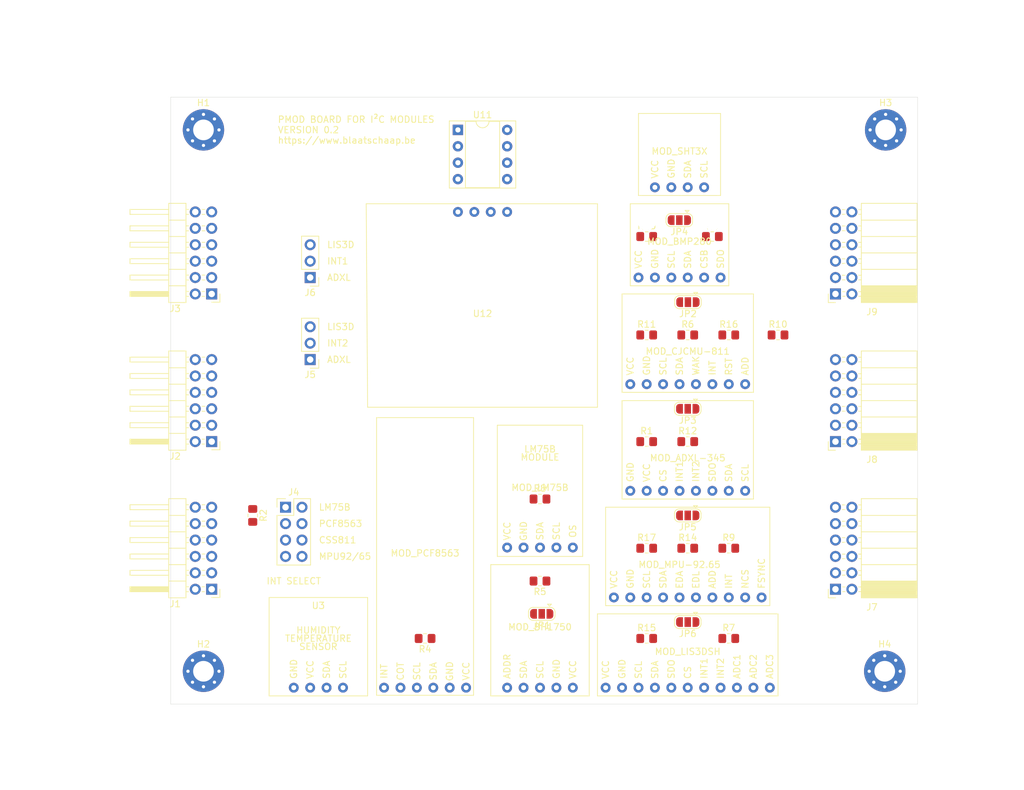
<source format=kicad_pcb>
(kicad_pcb (version 20211014) (generator pcbnew)
  (layers (0 "F.Cu" signal) (31 "B.Cu" signal) (34 "B.Paste" user "B.Plakken") (35 "F.Paste" user "F.Plakken") (36 "B.SilkS" user "B.Silkscreen") (37 "F.SilkS" user "F.Silkscreen") (38 "B.Mask" user) (39 "F.Mask" user "F. masker") (44 "Edge.Cuts" user))
  (net 0 "")
  (net 1 "SCL")
  (net 2 "SDA")
  (net 3 "GND")
  (net 4 "VCC")
  (net 11 "Net-(JP1-Pad2)")
  (net 12 "Net-(JP2-Pad2)")
  (net 13 "Net-(JP3-Pad2)")
  (net 14 "Net-(JP4-Pad2)")
  (net 15 "Net-(JP5-Pad2)")
  (net 16 "Net-(JP6-Pad2)")
  (net 17 "ADXL_I2C")
  (net 18 "PCF8563_CLKOUT")
  (net 19 "BMP_I2C")
  (net 20 "PCF8563_~{INT}")
  (net 21 "BH1750_ADDR")
  (net 22 "CSS811_ADDR")
  (net 23 "LIS3D_I2C")
  (net 24 "LM75B_OS")
  (net 25 "MPU_I2C")
  (net 26 "CCS811_~{RESET}")
  (net 27 "CSS811_INT")
  (net 28 "ADXL_ADDR")
  (net 29 "BMP_ADDR")
  (net 30 "MPU_ADDR")
  (net 31 "LIS3D_ADDR")
  (net 32 "CCS811_~{WAKE}")
  (net 33 "ADXL_INT2")
  (net 34 "ADXL_INT1")
  (net 35 "MPU_INT")
  (net 36 "LIS3D_INT2")
  (net 37 "LIS3D_INT1")
  (net 38 "IMU_INT2")
  (net 39 "I2C_INT")
  (net 40 "IMU_INT1")
  (net 41 "PMOD_UART_INT")
  (net 42 "PMOD_UART_CTS")
  (net 43 "PMOD_UART_RESER")
  (net 44 "PMOD_UART_TXD")
  (net 45 "PMOD_UART_GPIO3")
  (net 46 "PMOD_UART_RXD")
  (net 47 "PMOD_UART_GPIO4")
  (net 48 "PMOD_UART_RTS")
  (net 49 "PMOD_SPI_INT")
  (net 50 "PMOD_SPI_CS")
  (net 51 "PMOD_SPI_RESET")
  (net 52 "PMOD_SPI_MOSI")
  (net 53 "PMOD_SPI_CS2")
  (net 54 "PMOD_SPI_MISO")
  (net 55 "PMOD_SPI_CS3")
  (net 56 "PMOD_SPI_SCK")
  (footprint "AvS_Modules:MOD_LM75B" (layer "F.Cu") (at 114.3 104.14)
    (fp_text reference "U1" hide)
    (fp_text value "MOD_LM75B" (at 0 -0.5) (layer "F.SilkS"))
    (fp_text user "LM75B" (at 0 -6.46) (layer "F.SilkS"))
    (fp_text user "VCC" (at -5.08 6.24 90) (layer "F.SilkS"))
    (fp_text user "GND" (at -2.54 6.24 90) (layer "F.SilkS"))
    (fp_text user "SCL" (at 2.54 6.24 90) (layer "F.SilkS"))
    (fp_text user "MODULE" (at 0 -5.19) (layer "F.SilkS"))
    (fp_text user "OS" (at 5.08 6.24 90) (layer "F.SilkS"))
    (fp_text user "SDA" (at 0 6.24 90) (layer "F.SilkS"))
    (pad "" np_thru_hole circle locked (at -3.81 -7.62) (size 3 3) (drill 3) (layers *.Cu *.Mask))
    (pad "1" thru_hole circle locked (at -5.08 8.78) (size 1.524 1.524) (drill 0.762) (layers *.Cu *.Mask) (net 4 "VCC"))
    (pad "2" thru_hole circle locked (at -2.54 8.78) (size 1.524 1.524) (drill 0.762) (layers *.Cu *.Mask) (net 3 "GND"))
    (pad "3" thru_hole circle locked (at 0 8.78) (size 1.524 1.524) (drill 0.762) (layers *.Cu *.Mask) (net 2 "SDA"))
    (pad "4" thru_hole circle locked (at 2.54 8.78) (size 1.524 1.524) (drill 0.762) (layers *.Cu *.Mask) (net 1 "SCL"))
    (pad "5" thru_hole circle locked (at 5.08 8.78) (size 1.524 1.524) (drill 0.762) (layers *.Cu *.Mask) (net 24 "LM75B_OS"))
  )
  (footprint "AvS_Modules:MOD_BH1750" (layer "F.Cu") (at 114.3 125.73)
    (fp_text reference "U2" hide)
    (fp_text value "MOD_BH1750" (at 0 -0.5) (layer "F.SilkS"))
    (fp_text user "GND" (at 2.54 7.62 90) (layer "F.SilkS") (effects (justify left)))
    (fp_text user "ADDR" (at -5.08 7.62 90) (layer "F.SilkS") (effects (justify left)))
    (fp_text user "SCL" (at 0 7.62 90) (layer "F.SilkS") (effects (justify left)))
    (fp_text user "VCC" (at 5.08 7.62 90) (layer "F.SilkS") (effects (justify left)))
    (fp_text user "SDA" (at -2.54 7.62 90) (layer "F.SilkS") (effects (justify left)))
    (pad "" np_thru_hole circle locked (at -5.08 -7.62) (size 3.048 3.048) (drill 3.048) (layers *.Cu *.Mask))
    (pad "" np_thru_hole circle locked (at 5.08 -7.62) (size 3.048 3.048) (drill 3.048) (layers *.Cu *.Mask))
    (pad "1" thru_hole circle locked (at -5.08 8.89) (size 1.524 1.524) (drill 0.762) (layers *.Cu *.Mask) (net 21 "BH1750_ADDR"))
    (pad "2" thru_hole circle locked (at -2.54 8.89) (size 1.524 1.524) (drill 0.762) (layers *.Cu *.Mask) (net 2 "SDA"))
    (pad "3" thru_hole circle locked (at 0 8.89) (size 1.524 1.524) (drill 0.762) (layers *.Cu *.Mask) (net 1 "SCL"))
    (pad "4" thru_hole circle locked (at 2.54 8.89) (size 1.524 1.524) (drill 0.762) (layers *.Cu *.Mask) (net 3 "GND"))
    (pad "5" thru_hole circle locked (at 5.08 8.89) (size 1.524 1.524) (drill 0.762) (layers *.Cu *.Mask) (net 4 "VCC"))
  )
  (footprint "AvS_Modules:MOD_HUMIDITY" (layer "F.Cu") (at 80.01 128.27)
    (fp_text reference "U3" (at 0 -6.35) (layer "F.SilkS"))
    (fp_text value "MOD_HUMIDITY")
    (fp_text user "VCC" (at -1.27 5.08 90) (layer "F.SilkS") (effects (justify left)))
    (fp_text user "SDA" (at 1.27 5.08 90) (layer "F.SilkS") (effects (justify left)))
    (fp_text user "SCL" (at 3.81 5.08 90) (layer "F.SilkS") (effects (justify left)))
    (fp_text user "TEMPERATURE" (at 0 -1.27) (layer "F.SilkS"))
    (fp_text user "HUMIDITY" (at 0 -2.54) (layer "F.SilkS"))
    (fp_text user "GND" (at -3.81 5.08 90) (layer "F.SilkS") (effects (justify left)))
    (fp_text user "SENSOR" (at 0 0) (layer "F.SilkS"))
    (pad "" np_thru_hole circle locked (at 5.08 -5.08) (size 3.048 3.048) (drill 3.048) (layers *.Cu *.Mask))
    (pad "" np_thru_hole circle locked (at -5.08 -5.08) (size 3.048 3.048) (drill 3.048) (layers *.Cu *.Mask))
    (pad "1" thru_hole circle locked (at -3.81 6.35) (size 1.524 1.524) (drill 0.762) (layers *.Cu *.Mask) (net 3 "GND"))
    (pad "2" thru_hole circle locked (at -1.27 6.35) (size 1.524 1.524) (drill 0.762) (layers *.Cu *.Mask) (net 4 "VCC"))
    (pad "3" thru_hole circle locked (at 1.27 6.35) (size 1.524 1.524) (drill 0.762) (layers *.Cu *.Mask) (net 2 "SDA"))
    (pad "4" thru_hole circle locked (at 3.81 6.35) (size 1.524 1.524) (drill 0.762) (layers *.Cu *.Mask) (net 1 "SCL"))
  )
  (footprint "AvS_Modules:MOD_SHT3X" (layer "F.Cu") (at 135.89 52.07)
    (fp_text reference "U4" hide)
    (fp_text value "MOD_SHT3X" (at 0 -0.5) (layer "F.SilkS"))
    (fp_text user "SDA" (at 1.27 3.81 90) (layer "F.SilkS") (effects (justify left)))
    (fp_text user "VCC" (at -3.81 3.81 90) (layer "F.SilkS") (effects (justify left)))
    (fp_text user "SCL" (at 3.81 3.81 90) (layer "F.SilkS") (effects (justify left)))
    (fp_text user "GND" (at -1.27 3.81 90) (layer "F.SilkS") (effects (justify left)))
    (pad "" np_thru_hole circle locked (at 5.08 -5.08) (size 1.524 1.524) (drill 1.524) (layers *.Cu *.Mask))
    (pad "" np_thru_hole circle locked (at -5.08 -5.08) (size 1.524 1.524) (drill 1.524) (layers *.Cu *.Mask))
    (pad "1" thru_hole circle locked (at -3.81 5.08) (size 1.524 1.524) (drill 0.762) (layers *.Cu *.Mask) (net 4 "VCC"))
    (pad "2" thru_hole circle locked (at -1.27 5.08) (size 1.524 1.524) (drill 0.762) (layers *.Cu *.Mask) (net 3 "GND"))
    (pad "3" thru_hole circle locked (at 1.27 5.08) (size 1.524 1.524) (drill 0.762) (layers *.Cu *.Mask) (net 2 "SDA"))
    (pad "4" thru_hole circle locked (at 3.81 5.08) (size 1.524 1.524) (drill 0.762) (layers *.Cu *.Mask) (net 1 "SCL"))
  )
  (footprint "AvS_Modules:MOD_PCF8563" (layer "F.Cu") (at 96.52 114.3)
    (fp_text reference "U5" hide)
    (fp_text value "MOD_PCF8563" (at 0 -0.5) (layer "F.SilkS"))
    (fp_text user "INT" (at -6.35 17.78 90) (layer "F.SilkS"))
    (fp_text user "SCL" (at -1.27 17.78 90) (layer "F.SilkS"))
    (fp_text user "COT" (at -3.81 17.78 90) (layer "F.SilkS"))
    (fp_text user "VCC" (at 6.35 17.78 90) (layer "F.SilkS"))
    (fp_text user "SDA" (at 1.27 17.78 90) (layer "F.SilkS"))
    (fp_text user "GND" (at 3.81 17.78 270) (layer "F.SilkS"))
    (pad "" np_thru_hole circle locked (at 5.08 -19.05) (size 3 3) (drill 3) (layers *.Cu *.Mask))
    (pad "" np_thru_hole circle locked (at -5.08 -19.05) (size 3 3) (drill 3) (layers *.Cu *.Mask))
    (pad "1" thru_hole circle locked (at -6.35 20.32) (size 1.524 1.524) (drill 0.762) (layers *.Cu *.Mask) (net 20 "PCF8563_~{INT}"))
    (pad "2" thru_hole circle locked (at -3.81 20.32) (size 1.524 1.524) (drill 0.762) (layers *.Cu *.Mask) (net 18 "PCF8563_CLKOUT"))
    (pad "3" thru_hole circle locked (at -1.27 20.32) (size 1.524 1.524) (drill 0.762) (layers *.Cu *.Mask) (net 1 "SCL"))
    (pad "4" thru_hole circle locked (at 1.27 20.32) (size 1.524 1.524) (drill 0.762) (layers *.Cu *.Mask) (net 2 "SDA"))
    (pad "5" thru_hole circle locked (at 3.81 20.32) (size 1.524 1.524) (drill 0.762) (layers *.Cu *.Mask) (net 3 "GND"))
    (pad "6" thru_hole circle locked (at 6.35 20.32) (size 1.524 1.524) (drill 0.762) (layers *.Cu *.Mask) (net 4 "VCC"))
  )
  (footprint "AvS_Modules:MOD_ADXL-345" (layer "F.Cu") (at 137.16 97.79)
    (fp_text reference "U7" hide)
    (fp_text value "MOD_ADXL-345" (at 0 1.27) (layer "F.SilkS"))
    (fp_text user "GND" (at -8.89 5.08 90) (layer "F.SilkS") (effects (justify left)))
    (fp_text user "SCL" (at 8.89 5.08 90) (layer "F.SilkS") (effects (justify left)))
    (fp_text user "SDA" (at 6.35 5.08 90) (layer "F.SilkS") (effects (justify left)))
    (fp_text user "INT2" (at 1.27 5.08 90) (layer "F.SilkS") (effects (justify left)))
    (fp_text user "SDO" (at 3.81 5.08 90) (layer "F.SilkS") (effects (justify left)))
    (fp_text user "CS" (at -3.81 5.08 90) (layer "F.SilkS") (effects (justify left)))
    (fp_text user "INT1" (at -1.27 5.08 90) (layer "F.SilkS") (effects (justify left)))
    (fp_text user "VCC" (at -6.35 5.08 90) (layer "F.SilkS") (effects (justify left)))
    (pad "" np_thru_hole circle locked (at -7.62 -5.08) (size 3.048 3.048) (drill 3.048) (layers *.Cu *.Mask))
    (pad "" np_thru_hole circle locked (at 7.62 -5.08) (size 3.048 3.048) (drill 3.048) (layers *.Cu *.Mask))
    (pad "1" thru_hole circle locked (at -8.89 6.35) (size 1.524 1.524) (drill 0.762) (layers *.Cu *.Mask) (net 3 "GND"))
    (pad "2" thru_hole circle locked (at -6.35 6.35) (size 1.524 1.524) (drill 0.762) (layers *.Cu *.Mask) (net 4 "VCC"))
    (pad "3" thru_hole circle locked (at -3.81 6.35) (size 1.524 1.524) (drill 0.762) (layers *.Cu *.Mask) (net 17 "ADXL_I2C"))
    (pad "4" thru_hole circle locked (at -1.27 6.35) (size 1.524 1.524) (drill 0.762) (layers *.Cu *.Mask) (net 34 "ADXL_INT1"))
    (pad "5" thru_hole circle locked (at 1.27 6.35) (size 1.524 1.524) (drill 0.762) (layers *.Cu *.Mask) (net 33 "ADXL_INT2"))
    (pad "6" thru_hole circle locked (at 3.81 6.35) (size 1.524 1.524) (drill 0.762) (layers *.Cu *.Mask) (net 28 "ADXL_ADDR"))
    (pad "7" thru_hole circle locked (at 6.35 6.35) (size 1.524 1.524) (drill 0.762) (layers *.Cu *.Mask) (net 2 "SDA"))
    (pad "8" thru_hole circle locked (at 8.89 6.35) (size 1.524 1.524) (drill 0.762) (layers *.Cu *.Mask) (net 1 "SCL"))
  )
  (footprint "AvS_Modules:MOD_BMP280" (layer "F.Cu") (at 135.89 66.04)
    (fp_text reference "U8" hide)
    (fp_text value "MOD_BMP280" (at 0 -0.5) (layer "F.SilkS"))
    (fp_text user "GND" (at -3.81 3.81 90) (layer "F.SilkS") (effects (justify left)))
    (fp_text user "SCL" (at -1.27 3.81 90) (layer "F.SilkS") (effects (justify left)))
    (fp_text user "CSB" (at 3.81 3.81 90) (layer "F.SilkS") (effects (justify left)))
    (fp_text user "SDO" (at 6.35 3.81 270) (layer "F.SilkS") (effects (justify left)))
    (fp_text user "SDA" (at 1.27 3.81 90) (layer "F.SilkS") (effects (justify left)))
    (fp_text user "VCC" (at -6.35 3.81 90) (layer "F.SilkS") (effects (justify left)))
    (pad "" np_thru_hole circle locked (at -5.08 -3.81) (size 3.048 3.048) (drill 3.048) (layers *.Cu *.Mask))
    (pad "" np_thru_hole circle locked (at 5.08 -3.81) (size 3.048 3.048) (drill 3.048) (layers *.Cu *.Mask))
    (pad "1" thru_hole circle locked (at -6.35 5.08) (size 1.524 1.524) (drill 0.762) (layers *.Cu *.Mask) (net 4 "VCC"))
    (pad "2" thru_hole circle locked (at -3.81 5.08) (size 1.524 1.524) (drill 0.762) (layers *.Cu *.Mask) (net 3 "GND"))
    (pad "3" thru_hole circle locked (at -1.27 5.08) (size 1.524 1.524) (drill 0.762) (layers *.Cu *.Mask) (net 1 "SCL"))
    (pad "4" thru_hole circle locked (at 1.27 5.08) (size 1.524 1.524) (drill 0.762) (layers *.Cu *.Mask) (net 2 "SDA"))
    (pad "5" thru_hole circle locked (at 3.81 5.08) (size 1.524 1.524) (drill 0.762) (layers *.Cu *.Mask) (net 19 "BMP_I2C"))
    (pad "6" thru_hole circle locked (at 6.35 5.08) (size 1.524 1.524) (drill 0.762) (layers *.Cu *.Mask) (net 29 "BMP_ADDR"))
  )
  (footprint "AvS_Modules:MOD_MPU-92.65" (layer "F.Cu") (at 137.16 114.3)
    (fp_text reference "U9" hide)
    (fp_text value "MOD_MPU-92.65" (at -1.27 1.27) (layer "F.SilkS"))
    (fp_text user "FSYNC" (at 11.43 5.08 90) (layer "F.SilkS") (effects (justify left)))
    (fp_text user "SCL" (at -6.35 5.08 90) (layer "F.SilkS") (effects (justify left)))
    (fp_text user "VCC" (at -11.43 5.08 90) (layer "F.SilkS") (effects (justify left)))
    (fp_text user "ADD" (at 3.81 5.08 90) (layer "F.SilkS") (effects (justify left)))
    (fp_text user "SDA" (at -3.81 5.08 90) (layer "F.SilkS") (effects (justify left)))
    (fp_text user "EDA" (at -1.27 5.08 90) (layer "F.SilkS") (effects (justify left)))
    (fp_text user "GND" (at -8.89 5.08 90) (layer "F.SilkS") (effects (justify left)))
    (fp_text user "NCS" (at 8.89 5.08 90) (layer "F.SilkS") (effects (justify left)))
    (fp_text user "INT" (at 6.35 5.08 90) (layer "F.SilkS") (effects (justify left)))
    (fp_text user "EDL" (at 1.27 5.08 90) (layer "F.SilkS") (effects (justify left)))
    (pad "" np_thru_hole circle locked (at -10.16 -5.08) (size 3.048 3.048) (drill 3.048) (layers *.Cu *.Mask))
    (pad "" np_thru_hole circle locked (at 10.16 -5.08) (size 3.048 3.048) (drill 3.048) (layers *.Cu *.Mask))
    (pad "1" thru_hole circle locked (at -11.43 6.35) (size 1.524 1.524) (drill 0.762) (layers *.Cu *.Mask) (net 4 "VCC"))
    (pad "2" thru_hole circle locked (at -8.89 6.35) (size 1.524 1.524) (drill 0.762) (layers *.Cu *.Mask) (net 3 "GND"))
    (pad "3" thru_hole circle locked (at -6.35 6.35) (size 1.524 1.524) (drill 0.762) (layers *.Cu *.Mask) (net 1 "SCL"))
    (pad "4" thru_hole circle locked (at -3.81 6.35) (size 1.524 1.524) (drill 0.762) (layers *.Cu *.Mask) (net 2 "SDA"))
    (pad "5" thru_hole circle locked (at -1.27 6.35) (size 1.524 1.524) (drill 0.762) (layers *.Cu *.Mask))
    (pad "6" thru_hole circle locked (at 1.27 6.35) (size 1.524 1.524) (drill 0.762) (layers *.Cu *.Mask))
    (pad "7" thru_hole circle locked (at 3.81 6.35) (size 1.524 1.524) (drill 0.762) (layers *.Cu *.Mask) (net 30 "MPU_ADDR"))
    (pad "8" thru_hole circle locked (at 6.35 6.35) (size 1.524 1.524) (drill 0.762) (layers *.Cu *.Mask) (net 35 "MPU_INT"))
    (pad "9" thru_hole circle locked (at 8.89 6.35) (size 1.524 1.524) (drill 0.762) (layers *.Cu *.Mask) (net 25 "MPU_I2C"))
    (pad "10" thru_hole circle locked (at 11.43 6.35) (size 1.524 1.524) (drill 0.762) (layers *.Cu *.Mask))
  )
  (footprint "AvS_Modules:MOD_CJMCU-811" (layer "F.Cu") (at 137.16 81.28)
    (fp_text reference "U6" hide)
    (fp_text value "MOD_CJCMU-811" (at 0 1.27) (layer "F.SilkS"))
    (fp_text user "RST" (at 6.35 5.08 90) (layer "F.SilkS") (effects (justify left)))
    (fp_text user "SDA" (at -1.27 5.08 90) (layer "F.SilkS") (effects (justify left)))
    (fp_text user "ADD" (at 8.89 5.08 90) (layer "F.SilkS") (effects (justify left)))
    (fp_text user "SCL" (at -3.81 5.08 90) (layer "F.SilkS") (effects (justify left)))
    (fp_text user "GND" (at -6.35 5.08 90) (layer "F.SilkS") (effects (justify left)))
    (fp_text user "INT" (at 3.81 5.08 90) (layer "F.SilkS") (effects (justify left)))
    (fp_text user "VCC" (at -8.89 5.08 90) (layer "F.SilkS") (effects (justify left)))
    (fp_text user "WAK" (at 1.27 5.08 90) (layer "F.SilkS") (effects (justify left)))
    (pad "" np_thru_hole circle locked (at 7.62 -5.08) (size 3.048 3.048) (drill 3.048) (layers *.Cu *.Mask))
    (pad "" np_thru_hole circle locked (at -7.62 -5.08) (size 3.048 3.048) (drill 3.048) (layers *.Cu *.Mask))
    (pad "1" thru_hole circle locked (at -8.89 6.35) (size 1.524 1.524) (drill 0.762) (layers *.Cu *.Mask) (net 4 "VCC"))
    (pad "2" thru_hole circle locked (at -6.35 6.35) (size 1.524 1.524) (drill 0.762) (layers *.Cu *.Mask) (net 3 "GND"))
    (pad "3" thru_hole circle locked (at -3.81 6.35) (size 1.524 1.524) (drill 0.762) (layers *.Cu *.Mask) (net 1 "SCL"))
    (pad "4" thru_hole circle locked (at -1.27 6.35) (size 1.524 1.524) (drill 0.762) (layers *.Cu *.Mask) (net 2 "SDA"))
    (pad "5" thru_hole circle locked (at 1.27 6.35) (size 1.524 1.524) (drill 0.762) (layers *.Cu *.Mask) (net 32 "CCS811_~{WAKE}"))
    (pad "6" thru_hole circle locked (at 3.81 6.35) (size 1.524 1.524) (drill 0.762) (layers *.Cu *.Mask) (net 27 "CSS811_INT"))
    (pad "7" thru_hole circle locked (at 6.35 6.35) (size 1.524 1.524) (drill 0.762) (layers *.Cu *.Mask) (net 26 "CCS811_~{RESET}"))
    (pad "8" thru_hole circle locked (at 8.89 6.35) (size 1.524 1.524) (drill 0.762) (layers *.Cu *.Mask) (net 22 "CSS811_ADDR"))
  )
  (footprint "AvS_Modules:MOD-LIS3DSH" (layer "F.Cu") (at 137.16 129.54)
    (fp_text reference "U10" hide)
    (fp_text value "MOD_LIS3DSH" (at 0 -0.5) (layer "F.SilkS"))
    (fp_text user "SDO" (at -2.54 3.81 90) (layer "F.SilkS") (effects (justify left)))
    (fp_text user "ADC1" (at 7.62 3.81 90) (layer "F.SilkS") (effects (justify left)))
    (fp_text user "ADC2" (at 10.16 3.81 90) (layer "F.SilkS") (effects (justify left)))
    (fp_text user "INT2" (at 5.08 3.81 90) (layer "F.SilkS") (effects (justify left)))
    (fp_text user "GND" (at -10.16 3.81 90) (layer "F.SilkS") (effects (justify left)))
    (fp_text user "CS" (at 0 3.81 90) (layer "F.SilkS") (effects (justify left)))
    (fp_text user "SCL" (at -7.62 3.81 90) (layer "F.SilkS") (effects (justify left)))
    (fp_text user "ADC3" (at 12.7 3.81 90) (layer "F.SilkS") (effects (justify left)))
    (fp_text user "VCC" (at -12.7 3.81 90) (layer "F.SilkS") (effects (justify left)))
    (fp_text user "INT1" (at 2.54 3.81 90) (layer "F.SilkS") (effects (justify left)))
    (fp_text user "SDA" (at -5.08 3.81 90) (layer "F.SilkS") (effects (justify left)))
    (pad "" np_thru_hole circle locked (at -11.43 -3.81) (size 3.048 3.048) (drill 3.048) (layers *.Cu *.Mask))
    (pad "" np_thru_hole circle locked (at 11.43 -3.81) (size 3.048 3.048) (drill 3.048) (layers *.Cu *.Mask))
    (pad "1" thru_hole circle locked (at -12.7 5.08) (size 1.524 1.524) (drill 0.762) (layers *.Cu *.Mask) (net 4 "VCC"))
    (pad "2" thru_hole circle locked (at -10.16 5.08) (size 1.524 1.524) (drill 0.762) (layers *.Cu *.Mask) (net 3 "GND"))
    (pad "3" thru_hole circle locked (at -7.62 5.08) (size 1.524 1.524) (drill 0.762) (layers *.Cu *.Mask) (net 1 "SCL"))
    (pad "4" thru_hole circle locked (at -5.08 5.08) (size 1.524 1.524) (drill 0.762) (layers *.Cu *.Mask) (net 2 "SDA"))
    (pad "5" thru_hole circle locked (at -2.54 5.08) (size 1.524 1.524) (drill 0.762) (layers *.Cu *.Mask) (net 31 "LIS3D_ADDR"))
    (pad "6" thru_hole circle locked (at 0 5.08) (size 1.524 1.524) (drill 0.762) (layers *.Cu *.Mask) (net 23 "LIS3D_I2C"))
    (pad "7" thru_hole circle locked (at 2.54 5.08) (size 1.524 1.524) (drill 0.762) (layers *.Cu *.Mask) (net 37 "LIS3D_INT1"))
    (pad "8" thru_hole circle locked (at 5.08 5.08) (size 1.524 1.524) (drill 0.762) (layers *.Cu *.Mask) (net 36 "LIS3D_INT2"))
    (pad "9" thru_hole circle locked (at 7.62 5.08) (size 1.524 1.524) (drill 0.762) (layers *.Cu *.Mask))
    (pad "10" thru_hole circle locked (at 10.16 5.08) (size 1.524 1.524) (drill 0.762) (layers *.Cu *.Mask))
    (pad "11" thru_hole circle locked (at 12.7 5.08) (size 1.524 1.524) (drill 0.762) (layers *.Cu *.Mask))
  )
  (footprint "Connector_PinHeader_2.54mm:PinHeader_2x06_P2.54mm_Horizontal" (layer "F.Cu") (at 63.5 119.38 180)
    (fp_text reference "J1" (at 5.655 -2.27) (layer "F.SilkS"))
    (fp_text value "Conn_02x06_Odd_Even")
    (pad "1" thru_hole rect locked (at 0 0 180) (size 1.7 1.7) (drill 1) (layers *.Cu *.Mask) (net 4 "VCC"))
    (pad "2" thru_hole oval locked (at 2.54 0 180) (size 1.7 1.7) (drill 1) (layers *.Cu *.Mask) (net 4 "VCC"))
    (pad "3" thru_hole oval locked (at 0 2.54 180) (size 1.7 1.7) (drill 1) (layers *.Cu *.Mask) (net 3 "GND"))
    (pad "4" thru_hole oval locked (at 2.54 2.54 180) (size 1.7 1.7) (drill 1) (layers *.Cu *.Mask) (net 3 "GND"))
    (pad "5" thru_hole oval locked (at 0 5.08 180) (size 1.7 1.7) (drill 1) (layers *.Cu *.Mask) (net 2 "SDA"))
    (pad "6" thru_hole oval locked (at 2.54 5.08 180) (size 1.7 1.7) (drill 1) (layers *.Cu *.Mask) (net 32 "CCS811_~{WAKE}"))
    (pad "7" thru_hole oval locked (at 0 7.62 180) (size 1.7 1.7) (drill 1) (layers *.Cu *.Mask) (net 1 "SCL"))
    (pad "8" thru_hole oval locked (at 2.54 7.62 180) (size 1.7 1.7) (drill 1) (layers *.Cu *.Mask) (net 18 "PCF8563_CLKOUT"))
    (pad "9" thru_hole oval locked (at 0 10.16 180) (size 1.7 1.7) (drill 1) (layers *.Cu *.Mask) (net 26 "CCS811_~{RESET}"))
    (pad "10" thru_hole oval locked (at 2.54 10.16 180) (size 1.7 1.7) (drill 1) (layers *.Cu *.Mask) (net 40 "IMU_INT1"))
    (pad "11" thru_hole oval locked (at 0 12.7 180) (size 1.7 1.7) (drill 1) (layers *.Cu *.Mask) (net 39 "I2C_INT"))
    (pad "12" thru_hole oval locked (at 2.54 12.7 180) (size 1.7 1.7) (drill 1) (layers *.Cu *.Mask) (net 38 "IMU_INT2"))
  )
  (footprint "Connector_PinHeader_2.54mm:PinHeader_2x06_P2.54mm_Horizontal" (layer "F.Cu") (at 63.5 96.52 180)
    (fp_text reference "J2" (at 5.655 -2.27) (layer "F.SilkS"))
    (fp_text value "Conn_02x06_Odd_Even")
    (pad "1" thru_hole rect locked (at 0 0 180) (size 1.7 1.7) (drill 1) (layers *.Cu *.Mask) (net 4 "VCC"))
    (pad "2" thru_hole oval locked (at 2.54 0 180) (size 1.7 1.7) (drill 1) (layers *.Cu *.Mask) (net 4 "VCC"))
    (pad "3" thru_hole oval locked (at 0 2.54 180) (size 1.7 1.7) (drill 1) (layers *.Cu *.Mask) (net 3 "GND"))
    (pad "4" thru_hole oval locked (at 2.54 2.54 180) (size 1.7 1.7) (drill 1) (layers *.Cu *.Mask) (net 3 "GND"))
    (pad "5" thru_hole oval locked (at 0 5.08 180) (size 1.7 1.7) (drill 1) (layers *.Cu *.Mask) (net 48 "PMOD_UART_RTS"))
    (pad "6" thru_hole oval locked (at 2.54 5.08 180) (size 1.7 1.7) (drill 1) (layers *.Cu *.Mask) (net 47 "PMOD_UART_GPIO4"))
    (pad "7" thru_hole oval locked (at 0 7.62 180) (size 1.7 1.7) (drill 1) (layers *.Cu *.Mask) (net 46 "PMOD_UART_RXD"))
    (pad "8" thru_hole oval locked (at 2.54 7.62 180) (size 1.7 1.7) (drill 1) (layers *.Cu *.Mask) (net 45 "PMOD_UART_GPIO3"))
    (pad "9" thru_hole oval locked (at 0 10.16 180) (size 1.7 1.7) (drill 1) (layers *.Cu *.Mask) (net 44 "PMOD_UART_TXD"))
    (pad "10" thru_hole oval locked (at 2.54 10.16 180) (size 1.7 1.7) (drill 1) (layers *.Cu *.Mask) (net 43 "PMOD_UART_RESER"))
    (pad "11" thru_hole oval locked (at 0 12.7 180) (size 1.7 1.7) (drill 1) (layers *.Cu *.Mask) (net 42 "PMOD_UART_CTS"))
    (pad "12" thru_hole oval locked (at 2.54 12.7 180) (size 1.7 1.7) (drill 1) (layers *.Cu *.Mask) (net 41 "PMOD_UART_INT"))
  )
  (footprint "Connector_PinHeader_2.54mm:PinHeader_2x06_P2.54mm_Horizontal" (layer "F.Cu") (at 63.5 73.66 180)
    (fp_text reference "J3" (at 5.655 -2.27) (layer "F.SilkS"))
    (fp_text value "Conn_02x06_Odd_Even")
    (pad "1" thru_hole rect locked (at 0 0 180) (size 1.7 1.7) (drill 1) (layers *.Cu *.Mask) (net 4 "VCC"))
    (pad "2" thru_hole oval locked (at 2.54 0 180) (size 1.7 1.7) (drill 1) (layers *.Cu *.Mask) (net 4 "VCC"))
    (pad "3" thru_hole oval locked (at 0 2.54 180) (size 1.7 1.7) (drill 1) (layers *.Cu *.Mask) (net 3 "GND"))
    (pad "4" thru_hole oval locked (at 2.54 2.54 180) (size 1.7 1.7) (drill 1) (layers *.Cu *.Mask) (net 3 "GND"))
    (pad "5" thru_hole oval locked (at 0 5.08 180) (size 1.7 1.7) (drill 1) (layers *.Cu *.Mask) (net 56 "PMOD_SPI_SCK"))
    (pad "6" thru_hole oval locked (at 2.54 5.08 180) (size 1.7 1.7) (drill 1) (layers *.Cu *.Mask) (net 55 "PMOD_SPI_CS3"))
    (pad "7" thru_hole oval locked (at 0 7.62 180) (size 1.7 1.7) (drill 1) (layers *.Cu *.Mask) (net 54 "PMOD_SPI_MISO"))
    (pad "8" thru_hole oval locked (at 2.54 7.62 180) (size 1.7 1.7) (drill 1) (layers *.Cu *.Mask) (net 53 "PMOD_SPI_CS2"))
    (pad "9" thru_hole oval locked (at 0 10.16 180) (size 1.7 1.7) (drill 1) (layers *.Cu *.Mask) (net 52 "PMOD_SPI_MOSI"))
    (pad "10" thru_hole oval locked (at 2.54 10.16 180) (size 1.7 1.7) (drill 1) (layers *.Cu *.Mask) (net 51 "PMOD_SPI_RESET"))
    (pad "11" thru_hole oval locked (at 0 12.7 180) (size 1.7 1.7) (drill 1) (layers *.Cu *.Mask) (net 50 "PMOD_SPI_CS"))
    (pad "12" thru_hole oval locked (at 2.54 12.7 180) (size 1.7 1.7) (drill 1) (layers *.Cu *.Mask) (net 49 "PMOD_SPI_INT"))
  )
  (footprint "Package_DIP:DIP-8_W7.62mm_Socket" (layer "F.Cu") (at 101.6 48.26)
    (fp_text reference "U11" (at 3.81 -2.33) (layer "F.SilkS"))
    (fp_text value "24LC32")
    (pad "1" thru_hole rect locked (at 0 0) (size 1.6 1.6) (drill 0.8) (layers *.Cu *.Mask) (net 3 "GND"))
    (pad "2" thru_hole oval locked (at 0 2.54) (size 1.6 1.6) (drill 0.8) (layers *.Cu *.Mask) (net 3 "GND"))
    (pad "3" thru_hole oval locked (at 0 5.08) (size 1.6 1.6) (drill 0.8) (layers *.Cu *.Mask) (net 3 "GND"))
    (pad "4" thru_hole oval locked (at 0 7.62) (size 1.6 1.6) (drill 0.8) (layers *.Cu *.Mask) (net 3 "GND"))
    (pad "5" thru_hole oval locked (at 7.62 7.62) (size 1.6 1.6) (drill 0.8) (layers *.Cu *.Mask) (net 2 "SDA"))
    (pad "6" thru_hole oval locked (at 7.62 5.08) (size 1.6 1.6) (drill 0.8) (layers *.Cu *.Mask) (net 1 "SCL"))
    (pad "7" thru_hole oval locked (at 7.62 2.54) (size 1.6 1.6) (drill 0.8) (layers *.Cu *.Mask) (net 3 "GND"))
    (pad "8" thru_hole oval locked (at 7.62 0) (size 1.6 1.6) (drill 0.8) (layers *.Cu *.Mask) (net 4 "VCC"))
  )
  (footprint "Jumper:SolderJumper-3_P1.3mm_Open_RoundedPad1.0x1.5mm" (layer "F.Cu") (at 114.57 123.19 180)
    (fp_text reference "JP1" (at 0 -1.8) (layer "F.SilkS"))
    (fp_text value "SolderJumper_3_Open")
    (pad "1" smd custom locked (at -1.3 0 180) (size 1 0.5) (layers "F.Cu" "F.Mask") (net 4 "VCC") (options (clearance outline) (anchor rect)) (primitives (gr_circle (center 0 0.25) (end 0.5 0.25) (width 0) (fill yes)) (gr_circle (center 0 -0.25) (end 0.5 -0.25) (width 0) (fill yes)) (gr_poly (pts (xy 0.55 0.75) (xy 0 0.75) (xy 0 -0.75) (xy 0.55 -0.75)) (width 0) (fill yes))))
    (pad "2" smd rect locked (at 0 0 180) (size 1 1.5) (layers "F.Cu" "F.Mask") (net 11 "Net-(JP1-Pad2)"))
    (pad "3" smd custom locked (at 1.3 0 180) (size 1 0.5) (layers "F.Cu" "F.Mask") (net 3 "GND") (options (clearance outline) (anchor rect)) (primitives (gr_circle (center 0 0.25) (end 0.5 0.25) (width 0) (fill yes)) (gr_circle (center 0 -0.25) (end 0.5 -0.25) (width 0) (fill yes)) (gr_poly (pts (xy 0 0.75) (xy -0.55 0.75) (xy -0.55 -0.75) (xy 0 -0.75)) (width 0) (fill yes))))
  )
  (footprint "Jumper:SolderJumper-3_P1.3mm_Open_RoundedPad1.0x1.5mm" (layer "F.Cu") (at 137.19 74.93 180)
    (fp_text reference "JP2" (at 0 -1.8) (layer "F.SilkS"))
    (fp_text value "SolderJumper_3_Open")
    (pad "1" smd custom locked (at -1.3 0 180) (size 1 0.5) (layers "F.Cu" "F.Mask") (net 4 "VCC") (options (clearance outline) (anchor rect)) (primitives (gr_circle (center 0 0.25) (end 0.5 0.25) (width 0) (fill yes)) (gr_circle (center 0 -0.25) (end 0.5 -0.25) (width 0) (fill yes)) (gr_poly (pts (xy 0.55 0.75) (xy 0 0.75) (xy 0 -0.75) (xy 0.55 -0.75)) (width 0) (fill yes))))
    (pad "2" smd rect locked (at 0 0 180) (size 1 1.5) (layers "F.Cu" "F.Mask") (net 12 "Net-(JP2-Pad2)"))
    (pad "3" smd custom locked (at 1.3 0 180) (size 1 0.5) (layers "F.Cu" "F.Mask") (net 3 "GND") (options (clearance outline) (anchor rect)) (primitives (gr_circle (center 0 0.25) (end 0.5 0.25) (width 0) (fill yes)) (gr_circle (center 0 -0.25) (end 0.5 -0.25) (width 0) (fill yes)) (gr_poly (pts (xy 0 0.75) (xy -0.55 0.75) (xy -0.55 -0.75) (xy 0 -0.75)) (width 0) (fill yes))))
  )
  (footprint "Jumper:SolderJumper-3_P1.3mm_Open_RoundedPad1.0x1.5mm" (layer "F.Cu") (at 137.16 91.44 180)
    (fp_text reference "JP3" (at 0 -1.8) (layer "F.SilkS"))
    (fp_text value "SolderJumper_3_Open")
    (pad "1" smd custom locked (at -1.3 0 180) (size 1 0.5) (layers "F.Cu" "F.Mask") (net 4 "VCC") (options (clearance outline) (anchor rect)) (primitives (gr_circle (center 0 0.25) (end 0.5 0.25) (width 0) (fill yes)) (gr_circle (center 0 -0.25) (end 0.5 -0.25) (width 0) (fill yes)) (gr_poly (pts (xy 0.55 0.75) (xy 0 0.75) (xy 0 -0.75) (xy 0.55 -0.75)) (width 0) (fill yes))))
    (pad "2" smd rect locked (at 0 0 180) (size 1 1.5) (layers "F.Cu" "F.Mask") (net 13 "Net-(JP3-Pad2)"))
    (pad "3" smd custom locked (at 1.3 0 180) (size 1 0.5) (layers "F.Cu" "F.Mask") (net 3 "GND") (options (clearance outline) (anchor rect)) (primitives (gr_circle (center 0 0.25) (end 0.5 0.25) (width 0) (fill yes)) (gr_circle (center 0 -0.25) (end 0.5 -0.25) (width 0) (fill yes)) (gr_poly (pts (xy 0 0.75) (xy -0.55 0.75) (xy -0.55 -0.75) (xy 0 -0.75)) (width 0) (fill yes))))
  )
  (footprint "Jumper:SolderJumper-3_P1.3mm_Open_RoundedPad1.0x1.5mm" (layer "F.Cu") (at 135.86 62.23 180)
    (fp_text reference "JP4" (at 0 -1.8) (layer "F.SilkS"))
    (fp_text value "SolderJumper_3_Open")
    (pad "1" smd custom locked (at -1.3 0 180) (size 1 0.5) (layers "F.Cu" "F.Mask") (net 4 "VCC") (options (clearance outline) (anchor rect)) (primitives (gr_circle (center 0 0.25) (end 0.5 0.25) (width 0) (fill yes)) (gr_circle (center 0 -0.25) (end 0.5 -0.25) (width 0) (fill yes)) (gr_poly (pts (xy 0.55 0.75) (xy 0 0.75) (xy 0 -0.75) (xy 0.55 -0.75)) (width 0) (fill yes))))
    (pad "2" smd rect locked (at 0 0 180) (size 1 1.5) (layers "F.Cu" "F.Mask") (net 14 "Net-(JP4-Pad2)"))
    (pad "3" smd custom locked (at 1.3 0 180) (size 1 0.5) (layers "F.Cu" "F.Mask") (net 3 "GND") (options (clearance outline) (anchor rect)) (primitives (gr_circle (center 0 0.25) (end 0.5 0.25) (width 0) (fill yes)) (gr_circle (center 0 -0.25) (end 0.5 -0.25) (width 0) (fill yes)) (gr_poly (pts (xy 0 0.75) (xy -0.55 0.75) (xy -0.55 -0.75) (xy 0 -0.75)) (width 0) (fill yes))))
  )
  (footprint "Jumper:SolderJumper-3_P1.3mm_Open_RoundedPad1.0x1.5mm" (layer "F.Cu") (at 137.16 107.95 180)
    (fp_text reference "JP5" (at 0 -1.8) (layer "F.SilkS"))
    (fp_text value "SolderJumper_3_Open")
    (pad "1" smd custom locked (at -1.3 0 180) (size 1 0.5) (layers "F.Cu" "F.Mask") (net 4 "VCC") (options (clearance outline) (anchor rect)) (primitives (gr_circle (center 0 0.25) (end 0.5 0.25) (width 0) (fill yes)) (gr_circle (center 0 -0.25) (end 0.5 -0.25) (width 0) (fill yes)) (gr_poly (pts (xy 0.55 0.75) (xy 0 0.75) (xy 0 -0.75) (xy 0.55 -0.75)) (width 0) (fill yes))))
    (pad "2" smd rect locked (at 0 0 180) (size 1 1.5) (layers "F.Cu" "F.Mask") (net 15 "Net-(JP5-Pad2)"))
    (pad "3" smd custom locked (at 1.3 0 180) (size 1 0.5) (layers "F.Cu" "F.Mask") (net 3 "GND") (options (clearance outline) (anchor rect)) (primitives (gr_circle (center 0 0.25) (end 0.5 0.25) (width 0) (fill yes)) (gr_circle (center 0 -0.25) (end 0.5 -0.25) (width 0) (fill yes)) (gr_poly (pts (xy 0 0.75) (xy -0.55 0.75) (xy -0.55 -0.75) (xy 0 -0.75)) (width 0) (fill yes))))
  )
  (footprint "Resistor_SMD:R_0805_2012Metric_Pad1.20x1.40mm_HandSolder" (layer "F.Cu") (at 130.81 96.52)
    (fp_text reference "R1" (at 0 -1.65) (layer "F.SilkS"))
    (fp_text value "R_Small")
    (pad "1" smd roundrect (at -1 0) (size 1.2 1.4) (layers "F.Cu" "F.Paste" "F.Mask") (roundrect_rratio 0.208333) (net 4 "VCC"))
    (pad "2" smd roundrect (at 1 0) (size 1.2 1.4) (layers "F.Cu" "F.Paste" "F.Mask") (roundrect_rratio 0.208333) (net 17 "ADXL_I2C"))
  )
  (footprint "Resistor_SMD:R_0805_2012Metric_Pad1.20x1.40mm_HandSolder" (layer "F.Cu") (at 69.85 107.95 -90)
    (fp_text reference "R2" (at 0 -1.65 -90) (layer "F.SilkS"))
    (fp_text value "R_Small")
    (pad "1" smd roundrect (at -1 0 270) (size 1.2 1.4) (layers "F.Cu" "F.Paste" "F.Mask") (roundrect_rratio 0.208333) (net 4 "VCC"))
    (pad "2" smd roundrect (at 1 0 270) (size 1.2 1.4) (layers "F.Cu" "F.Paste" "F.Mask") (roundrect_rratio 0.208333) (net 18 "PCF8563_CLKOUT"))
  )
  (footprint "Resistor_SMD:R_0805_2012Metric_Pad1.20x1.40mm_HandSolder" (layer "F.Cu") (at 140.97 64.77)
    (fp_text reference "R3" (at 0 -1.65) (layer "F.SilkS"))
    (fp_text value "R_Small")
    (pad "1" smd roundrect (at -1 0) (size 1.2 1.4) (layers "F.Cu" "F.Paste" "F.Mask") (roundrect_rratio 0.208333) (net 4 "VCC"))
    (pad "2" smd roundrect (at 1 0) (size 1.2 1.4) (layers "F.Cu" "F.Paste" "F.Mask") (roundrect_rratio 0.208333) (net 19 "BMP_I2C"))
  )
  (footprint "Resistor_SMD:R_0805_2012Metric_Pad1.20x1.40mm_HandSolder" (layer "F.Cu") (at 96.52 127 180)
    (fp_text reference "R4" (at 0 -1.65 180) (layer "F.SilkS"))
    (fp_text value "R_Small")
    (pad "1" smd roundrect (at -1 0 180) (size 1.2 1.4) (layers "F.Cu" "F.Paste" "F.Mask") (roundrect_rratio 0.208333) (net 4 "VCC"))
    (pad "2" smd roundrect (at 1 0 180) (size 1.2 1.4) (layers "F.Cu" "F.Paste" "F.Mask") (roundrect_rratio 0.208333) (net 20 "PCF8563_~{INT}"))
  )
  (footprint "Resistor_SMD:R_0805_2012Metric_Pad1.20x1.40mm_HandSolder" (layer "F.Cu") (at 114.3 118.11 180)
    (fp_text reference "R5" (at 0 -1.65 180) (layer "F.SilkS"))
    (fp_text value "R_Small")
    (pad "1" smd roundrect (at -1 0 180) (size 1.2 1.4) (layers "F.Cu" "F.Paste" "F.Mask") (roundrect_rratio 0.208333) (net 11 "Net-(JP1-Pad2)"))
    (pad "2" smd roundrect (at 1 0 180) (size 1.2 1.4) (layers "F.Cu" "F.Paste" "F.Mask") (roundrect_rratio 0.208333) (net 21 "BH1750_ADDR"))
  )
  (footprint "Resistor_SMD:R_0805_2012Metric_Pad1.20x1.40mm_HandSolder" (layer "F.Cu") (at 137.16 80.01)
    (fp_text reference "R6" (at 0 -1.65) (layer "F.SilkS"))
    (fp_text value "R_Small")
    (pad "1" smd roundrect (at -1 0) (size 1.2 1.4) (layers "F.Cu" "F.Paste" "F.Mask") (roundrect_rratio 0.208333) (net 12 "Net-(JP2-Pad2)"))
    (pad "2" smd roundrect (at 1 0) (size 1.2 1.4) (layers "F.Cu" "F.Paste" "F.Mask") (roundrect_rratio 0.208333) (net 22 "CSS811_ADDR"))
  )
  (footprint "Resistor_SMD:R_0805_2012Metric_Pad1.20x1.40mm_HandSolder" (layer "F.Cu") (at 143.51 127)
    (fp_text reference "R7" (at 0 -1.65) (layer "F.SilkS"))
    (fp_text value "R_Small")
    (pad "1" smd roundrect (at -1 0) (size 1.2 1.4) (layers "F.Cu" "F.Paste" "F.Mask") (roundrect_rratio 0.208333) (net 4 "VCC"))
    (pad "2" smd roundrect (at 1 0) (size 1.2 1.4) (layers "F.Cu" "F.Paste" "F.Mask") (roundrect_rratio 0.208333) (net 23 "LIS3D_I2C"))
  )
  (footprint "Resistor_SMD:R_0805_2012Metric_Pad1.20x1.40mm_HandSolder" (layer "F.Cu") (at 114.3 105.41)
    (fp_text reference "R8" (at 0 -1.65) (layer "F.SilkS"))
    (fp_text value "R_Small")
    (pad "1" smd roundrect (at -1 0) (size 1.2 1.4) (layers "F.Cu" "F.Paste" "F.Mask") (roundrect_rratio 0.208333) (net 4 "VCC"))
    (pad "2" smd roundrect (at 1 0) (size 1.2 1.4) (layers "F.Cu" "F.Paste" "F.Mask") (roundrect_rratio 0.208333) (net 24 "LM75B_OS"))
  )
  (footprint "Resistor_SMD:R_0805_2012Metric_Pad1.20x1.40mm_HandSolder" (layer "F.Cu") (at 143.51 113.03)
    (fp_text reference "R9" (at 0 -1.65) (layer "F.SilkS"))
    (fp_text value "R_Small")
    (pad "1" smd roundrect (at -1 0) (size 1.2 1.4) (layers "F.Cu" "F.Paste" "F.Mask") (roundrect_rratio 0.208333) (net 4 "VCC"))
    (pad "2" smd roundrect (at 1 0) (size 1.2 1.4) (layers "F.Cu" "F.Paste" "F.Mask") (roundrect_rratio 0.208333) (net 25 "MPU_I2C"))
  )
  (footprint "Resistor_SMD:R_0805_2012Metric_Pad1.20x1.40mm_HandSolder" (layer "F.Cu") (at 151.13 80.01)
    (fp_text reference "R10" (at 0 -1.65) (layer "F.SilkS"))
    (fp_text value "R_Small")
    (pad "1" smd roundrect (at -1 0) (size 1.2 1.4) (layers "F.Cu" "F.Paste" "F.Mask") (roundrect_rratio 0.208333) (net 4 "VCC"))
    (pad "2" smd roundrect (at 1 0) (size 1.2 1.4) (layers "F.Cu" "F.Paste" "F.Mask") (roundrect_rratio 0.208333) (net 26 "CCS811_~{RESET}"))
  )
  (footprint "Resistor_SMD:R_0805_2012Metric_Pad1.20x1.40mm_HandSolder" (layer "F.Cu") (at 130.81 80.01)
    (fp_text reference "R11" (at 0 -1.65) (layer "F.SilkS"))
    (fp_text value "R_Small")
    (pad "1" smd roundrect (at -1 0) (size 1.2 1.4) (layers "F.Cu" "F.Paste" "F.Mask") (roundrect_rratio 0.208333) (net 4 "VCC"))
    (pad "2" smd roundrect (at 1 0) (size 1.2 1.4) (layers "F.Cu" "F.Paste" "F.Mask") (roundrect_rratio 0.208333) (net 27 "CSS811_INT"))
  )
  (footprint "Resistor_SMD:R_0805_2012Metric_Pad1.20x1.40mm_HandSolder" (layer "F.Cu") (at 137.16 96.52)
    (fp_text reference "R12" (at 0 -1.65) (layer "F.SilkS"))
    (fp_text value "R_Small")
    (pad "1" smd roundrect (at -1 0) (size 1.2 1.4) (layers "F.Cu" "F.Paste" "F.Mask") (roundrect_rratio 0.208333) (net 13 "Net-(JP3-Pad2)"))
    (pad "2" smd roundrect (at 1 0) (size 1.2 1.4) (layers "F.Cu" "F.Paste" "F.Mask") (roundrect_rratio 0.208333) (net 28 "ADXL_ADDR"))
  )
  (footprint "Resistor_SMD:R_0805_2012Metric_Pad1.20x1.40mm_HandSolder" (layer "F.Cu") (at 130.81 64.77)
    (fp_text reference "R13" (at 0 -1.65) (layer "F.SilkS"))
    (fp_text value "R_Small")
    (pad "1" smd roundrect (at -1 0) (size 1.2 1.4) (layers "F.Cu" "F.Paste" "F.Mask") (roundrect_rratio 0.208333) (net 14 "Net-(JP4-Pad2)"))
    (pad "2" smd roundrect (at 1 0) (size 1.2 1.4) (layers "F.Cu" "F.Paste" "F.Mask") (roundrect_rratio 0.208333) (net 29 "BMP_ADDR"))
  )
  (footprint "Resistor_SMD:R_0805_2012Metric_Pad1.20x1.40mm_HandSolder" (layer "F.Cu") (at 137.16 113.03)
    (fp_text reference "R14" (at 0 -1.65) (layer "F.SilkS"))
    (fp_text value "R_Small")
    (pad "1" smd roundrect (at -1 0) (size 1.2 1.4) (layers "F.Cu" "F.Paste" "F.Mask") (roundrect_rratio 0.208333) (net 15 "Net-(JP5-Pad2)"))
    (pad "2" smd roundrect (at 1 0) (size 1.2 1.4) (layers "F.Cu" "F.Paste" "F.Mask") (roundrect_rratio 0.208333) (net 30 "MPU_ADDR"))
  )
  (footprint "Resistor_SMD:R_0805_2012Metric_Pad1.20x1.40mm_HandSolder" (layer "F.Cu") (at 130.81 127)
    (fp_text reference "R15" (at 0 -1.65) (layer "F.SilkS"))
    (fp_text value "R_Small")
    (pad "1" smd roundrect (at -1 0) (size 1.2 1.4) (layers "F.Cu" "F.Paste" "F.Mask") (roundrect_rratio 0.208333) (net 16 "Net-(JP6-Pad2)"))
    (pad "2" smd roundrect (at 1 0) (size 1.2 1.4) (layers "F.Cu" "F.Paste" "F.Mask") (roundrect_rratio 0.208333) (net 31 "LIS3D_ADDR"))
  )
  (footprint "Resistor_SMD:R_0805_2012Metric_Pad1.20x1.40mm_HandSolder" (layer "F.Cu") (at 143.51 80.01)
    (fp_text reference "R16" (at 0 -1.65) (layer "F.SilkS"))
    (fp_text value "R_Small")
    (pad "1" smd roundrect (at -1 0) (size 1.2 1.4) (layers "F.Cu" "F.Paste" "F.Mask") (roundrect_rratio 0.208333) (net 3 "GND"))
    (pad "2" smd roundrect (at 1 0) (size 1.2 1.4) (layers "F.Cu" "F.Paste" "F.Mask") (roundrect_rratio 0.208333) (net 32 "CCS811_~{WAKE}"))
  )
  (footprint "Jumper:SolderJumper-3_P1.3mm_Open_RoundedPad1.0x1.5mm" (layer "F.Cu") (at 137.16 124.46 180)
    (fp_text reference "JP6" (at 0 -1.8) (layer "F.SilkS"))
    (fp_text value "SolderJumper_3_Open")
    (pad "1" smd custom locked (at -1.3 0 180) (size 1 0.5) (layers "F.Cu" "F.Mask") (net 4 "VCC") (options (clearance outline) (anchor rect)) (primitives (gr_circle (center 0 0.25) (end 0.5 0.25) (width 0) (fill yes)) (gr_circle (center 0 -0.25) (end 0.5 -0.25) (width 0) (fill yes)) (gr_poly (pts (xy 0.55 0.75) (xy 0 0.75) (xy 0 -0.75) (xy 0.55 -0.75)) (width 0) (fill yes))))
    (pad "2" smd rect locked (at 0 0 180) (size 1 1.5) (layers "F.Cu" "F.Mask") (net 16 "Net-(JP6-Pad2)"))
    (pad "3" smd custom locked (at 1.3 0 180) (size 1 0.5) (layers "F.Cu" "F.Mask") (net 3 "GND") (options (clearance outline) (anchor rect)) (primitives (gr_circle (center 0 0.25) (end 0.5 0.25) (width 0) (fill yes)) (gr_circle (center 0 -0.25) (end 0.5 -0.25) (width 0) (fill yes)) (gr_poly (pts (xy 0 0.75) (xy -0.55 0.75) (xy -0.55 -0.75) (xy 0 -0.75)) (width 0) (fill yes))))
  )
  (footprint "Connector_PinHeader_2.54mm:PinHeader_2x04_P2.54mm_Vertical" (layer "F.Cu") (at 74.93 106.68)
    (fp_text reference "J4" (at 1.27 -2.33) (layer "F.SilkS"))
    (fp_text value "Conn_02x04_Odd_Even")
    (pad "1" thru_hole rect locked (at 0 0) (size 1.7 1.7) (drill 1) (layers *.Cu *.Mask) (net 39 "I2C_INT"))
    (pad "2" thru_hole oval locked (at 2.54 0) (size 1.7 1.7) (drill 1) (layers *.Cu *.Mask) (net 24 "LM75B_OS"))
    (pad "3" thru_hole oval locked (at 0 2.54) (size 1.7 1.7) (drill 1) (layers *.Cu *.Mask) (net 39 "I2C_INT"))
    (pad "4" thru_hole oval locked (at 2.54 2.54) (size 1.7 1.7) (drill 1) (layers *.Cu *.Mask) (net 20 "PCF8563_~{INT}"))
    (pad "5" thru_hole oval locked (at 0 5.08) (size 1.7 1.7) (drill 1) (layers *.Cu *.Mask) (net 39 "I2C_INT"))
    (pad "6" thru_hole oval locked (at 2.54 5.08) (size 1.7 1.7) (drill 1) (layers *.Cu *.Mask) (net 27 "CSS811_INT"))
    (pad "7" thru_hole oval locked (at 0 7.62) (size 1.7 1.7) (drill 1) (layers *.Cu *.Mask) (net 39 "I2C_INT"))
    (pad "8" thru_hole oval locked (at 2.54 7.62) (size 1.7 1.7) (drill 1) (layers *.Cu *.Mask) (net 35 "MPU_INT"))
  )
  (footprint "Connector_PinHeader_2.54mm:PinHeader_1x03_P2.54mm_Vertical" (layer "F.Cu") (at 78.74 83.82 180)
    (fp_text reference "J5" (at 0 -2.33) (layer "F.SilkS"))
    (fp_text value "Conn_01x03")
    (pad "1" thru_hole rect locked (at 0 0 180) (size 1.7 1.7) (drill 1) (layers *.Cu *.Mask) (net 33 "ADXL_INT2"))
    (pad "2" thru_hole oval locked (at 0 2.54 180) (size 1.7 1.7) (drill 1) (layers *.Cu *.Mask) (net 38 "IMU_INT2"))
    (pad "3" thru_hole oval locked (at 0 5.08 180) (size 1.7 1.7) (drill 1) (layers *.Cu *.Mask) (net 36 "LIS3D_INT2"))
  )
  (footprint "Connector_PinHeader_2.54mm:PinHeader_1x03_P2.54mm_Vertical" (layer "F.Cu") (at 78.74 71.12 180)
    (fp_text reference "J6" (at 0 -2.33) (layer "F.SilkS"))
    (fp_text value "Conn_01x03")
    (pad "1" thru_hole rect locked (at 0 0 180) (size 1.7 1.7) (drill 1) (layers *.Cu *.Mask) (net 34 "ADXL_INT1"))
    (pad "2" thru_hole oval locked (at 0 2.54 180) (size 1.7 1.7) (drill 1) (layers *.Cu *.Mask) (net 40 "IMU_INT1"))
    (pad "3" thru_hole oval locked (at 0 5.08 180) (size 1.7 1.7) (drill 1) (layers *.Cu *.Mask) (net 37 "LIS3D_INT1"))
  )
  (footprint "Resistor_SMD:R_0805_2012Metric_Pad1.20x1.40mm_HandSolder" (layer "F.Cu") (at 130.81 113.03)
    (fp_text reference "R17" (at 0 -1.65) (layer "F.SilkS"))
    (fp_text value "R_Small")
    (pad "1" smd roundrect (at -1 0) (size 1.2 1.4) (layers "F.Cu" "F.Paste" "F.Mask") (roundrect_rratio 0.208333) (net 4 "VCC"))
    (pad "2" smd roundrect (at 1 0) (size 1.2 1.4) (layers "F.Cu" "F.Paste" "F.Mask") (roundrect_rratio 0.208333) (net 35 "MPU_INT"))
  )
  (footprint "Connector_PinSocket_2.54mm:PinSocket_2x06_P2.54mm_Horizontal" (layer "F.Cu") (at 160.02 119.38 180)
    (fp_text reference "J7" (at -5.65 -2.77) (layer "F.SilkS"))
    (fp_text value "Conn_02x06_Odd_Even")
    (pad "1" thru_hole rect locked (at 0 0 180) (size 1.7 1.7) (drill 1) (layers *.Cu *.Mask) (net 4 "VCC"))
    (pad "2" thru_hole oval locked (at -2.54 0 180) (size 1.7 1.7) (drill 1) (layers *.Cu *.Mask) (net 4 "VCC"))
    (pad "3" thru_hole oval locked (at 0 2.54 180) (size 1.7 1.7) (drill 1) (layers *.Cu *.Mask) (net 3 "GND"))
    (pad "4" thru_hole oval locked (at -2.54 2.54 180) (size 1.7 1.7) (drill 1) (layers *.Cu *.Mask) (net 3 "GND"))
    (pad "5" thru_hole oval locked (at 0 5.08 180) (size 1.7 1.7) (drill 1) (layers *.Cu *.Mask) (net 2 "SDA"))
    (pad "6" thru_hole oval locked (at -2.54 5.08 180) (size 1.7 1.7) (drill 1) (layers *.Cu *.Mask))
    (pad "7" thru_hole oval locked (at 0 7.62 180) (size 1.7 1.7) (drill 1) (layers *.Cu *.Mask) (net 1 "SCL"))
    (pad "8" thru_hole oval locked (at -2.54 7.62 180) (size 1.7 1.7) (drill 1) (layers *.Cu *.Mask))
    (pad "9" thru_hole oval locked (at 0 10.16 180) (size 1.7 1.7) (drill 1) (layers *.Cu *.Mask))
    (pad "10" thru_hole oval locked (at -2.54 10.16 180) (size 1.7 1.7) (drill 1) (layers *.Cu *.Mask))
    (pad "11" thru_hole oval locked (at 0 12.7 180) (size 1.7 1.7) (drill 1) (layers *.Cu *.Mask))
    (pad "12" thru_hole oval locked (at -2.54 12.7 180) (size 1.7 1.7) (drill 1) (layers *.Cu *.Mask))
  )
  (footprint "Connector_PinSocket_2.54mm:PinSocket_2x06_P2.54mm_Horizontal" (layer "F.Cu") (at 160.02 96.52 180)
    (fp_text reference "J8" (at -5.65 -2.77) (layer "F.SilkS"))
    (fp_text value "Conn_02x06_Odd_Even")
    (pad "1" thru_hole rect locked (at 0 0 180) (size 1.7 1.7) (drill 1) (layers *.Cu *.Mask) (net 4 "VCC"))
    (pad "2" thru_hole oval locked (at -2.54 0 180) (size 1.7 1.7) (drill 1) (layers *.Cu *.Mask) (net 4 "VCC"))
    (pad "3" thru_hole oval locked (at 0 2.54 180) (size 1.7 1.7) (drill 1) (layers *.Cu *.Mask) (net 3 "GND"))
    (pad "4" thru_hole oval locked (at -2.54 2.54 180) (size 1.7 1.7) (drill 1) (layers *.Cu *.Mask) (net 3 "GND"))
    (pad "5" thru_hole oval locked (at 0 5.08 180) (size 1.7 1.7) (drill 1) (layers *.Cu *.Mask) (net 48 "PMOD_UART_RTS"))
    (pad "6" thru_hole oval locked (at -2.54 5.08 180) (size 1.7 1.7) (drill 1) (layers *.Cu *.Mask) (net 47 "PMOD_UART_GPIO4"))
    (pad "7" thru_hole oval locked (at 0 7.62 180) (size 1.7 1.7) (drill 1) (layers *.Cu *.Mask) (net 46 "PMOD_UART_RXD"))
    (pad "8" thru_hole oval locked (at -2.54 7.62 180) (size 1.7 1.7) (drill 1) (layers *.Cu *.Mask) (net 45 "PMOD_UART_GPIO3"))
    (pad "9" thru_hole oval locked (at 0 10.16 180) (size 1.7 1.7) (drill 1) (layers *.Cu *.Mask) (net 44 "PMOD_UART_TXD"))
    (pad "10" thru_hole oval locked (at -2.54 10.16 180) (size 1.7 1.7) (drill 1) (layers *.Cu *.Mask) (net 43 "PMOD_UART_RESER"))
    (pad "11" thru_hole oval locked (at 0 12.7 180) (size 1.7 1.7) (drill 1) (layers *.Cu *.Mask) (net 42 "PMOD_UART_CTS"))
    (pad "12" thru_hole oval locked (at -2.54 12.7 180) (size 1.7 1.7) (drill 1) (layers *.Cu *.Mask) (net 41 "PMOD_UART_INT"))
  )
  (footprint "Connector_PinSocket_2.54mm:PinSocket_2x06_P2.54mm_Horizontal" (layer "F.Cu") (at 160.02 73.66 180)
    (fp_text reference "J9" (at -5.65 -2.77) (layer "F.SilkS"))
    (fp_text value "Conn_02x06_Odd_Even")
    (pad "1" thru_hole rect locked (at 0 0 180) (size 1.7 1.7) (drill 1) (layers *.Cu *.Mask) (net 4 "VCC"))
    (pad "2" thru_hole oval locked (at -2.54 0 180) (size 1.7 1.7) (drill 1) (layers *.Cu *.Mask) (net 4 "VCC"))
    (pad "3" thru_hole oval locked (at 0 2.54 180) (size 1.7 1.7) (drill 1) (layers *.Cu *.Mask) (net 3 "GND"))
    (pad "4" thru_hole oval locked (at -2.54 2.54 180) (size 1.7 1.7) (drill 1) (layers *.Cu *.Mask) (net 3 "GND"))
    (pad "5" thru_hole oval locked (at 0 5.08 180) (size 1.7 1.7) (drill 1) (layers *.Cu *.Mask) (net 56 "PMOD_SPI_SCK"))
    (pad "6" thru_hole oval locked (at -2.54 5.08 180) (size 1.7 1.7) (drill 1) (layers *.Cu *.Mask) (net 55 "PMOD_SPI_CS3"))
    (pad "7" thru_hole oval locked (at 0 7.62 180) (size 1.7 1.7) (drill 1) (layers *.Cu *.Mask) (net 54 "PMOD_SPI_MISO"))
    (pad "8" thru_hole oval locked (at -2.54 7.62 180) (size 1.7 1.7) (drill 1) (layers *.Cu *.Mask) (net 53 "PMOD_SPI_CS2"))
    (pad "9" thru_hole oval locked (at 0 10.16 180) (size 1.7 1.7) (drill 1) (layers *.Cu *.Mask) (net 52 "PMOD_SPI_MOSI"))
    (pad "10" thru_hole oval locked (at -2.54 10.16 180) (size 1.7 1.7) (drill 1) (layers *.Cu *.Mask) (net 51 "PMOD_SPI_RESET"))
    (pad "11" thru_hole oval locked (at 0 12.7 180) (size 1.7 1.7) (drill 1) (layers *.Cu *.Mask) (net 50 "PMOD_SPI_CS"))
    (pad "12" thru_hole oval locked (at -2.54 12.7 180) (size 1.7 1.7) (drill 1) (layers *.Cu *.Mask) (net 49 "PMOD_SPI_INT"))
  )
  (footprint "MountingHole:MountingHole_3.2mm_M3_Pad_Via" (layer "F.Cu") (at 62.23 48.26)
    (fp_text reference "H1" (at 0 -4.2) (layer "F.SilkS"))
    (fp_text value "MountingHole")
    (pad "1" thru_hole circle locked (at 0 -2.4) (size 0.8 0.8) (drill 0.5) (layers *.Cu *.Mask))
    (pad "1" thru_hole circle locked (at 1.697056 -1.697056) (size 0.8 0.8) (drill 0.5) (layers *.Cu *.Mask))
    (pad "1" thru_hole circle locked (at 1.697056 1.697056) (size 0.8 0.8) (drill 0.5) (layers *.Cu *.Mask))
    (pad "1" thru_hole circle locked (at -2.4 0) (size 0.8 0.8) (drill 0.5) (layers *.Cu *.Mask))
    (pad "1" thru_hole circle locked (at 2.4 0) (size 0.8 0.8) (drill 0.5) (layers *.Cu *.Mask))
    (pad "1" thru_hole circle locked (at 0 0) (size 6.4 6.4) (drill 3.2) (layers *.Cu *.Mask))
    (pad "1" thru_hole circle locked (at 0 2.4) (size 0.8 0.8) (drill 0.5) (layers *.Cu *.Mask))
    (pad "1" thru_hole circle locked (at -1.697056 -1.697056) (size 0.8 0.8) (drill 0.5) (layers *.Cu *.Mask))
    (pad "1" thru_hole circle locked (at -1.697056 1.697056) (size 0.8 0.8) (drill 0.5) (layers *.Cu *.Mask))
  )
  (footprint "MountingHole:MountingHole_3.2mm_M3_Pad_Via" (layer "F.Cu") (at 62.23 132.08)
    (fp_text reference "H2" (at 0 -4.2) (layer "F.SilkS"))
    (fp_text value "MountingHole")
    (pad "1" thru_hole circle locked (at -1.697056 -1.697056) (size 0.8 0.8) (drill 0.5) (layers *.Cu *.Mask))
    (pad "1" thru_hole circle locked (at 0 2.4) (size 0.8 0.8) (drill 0.5) (layers *.Cu *.Mask))
    (pad "1" thru_hole circle locked (at 2.4 0) (size 0.8 0.8) (drill 0.5) (layers *.Cu *.Mask))
    (pad "1" thru_hole circle locked (at 1.697056 1.697056) (size 0.8 0.8) (drill 0.5) (layers *.Cu *.Mask))
    (pad "1" thru_hole circle locked (at 0 0) (size 6.4 6.4) (drill 3.2) (layers *.Cu *.Mask))
    (pad "1" thru_hole circle locked (at -1.697056 1.697056) (size 0.8 0.8) (drill 0.5) (layers *.Cu *.Mask))
    (pad "1" thru_hole circle locked (at 1.697056 -1.697056) (size 0.8 0.8) (drill 0.5) (layers *.Cu *.Mask))
    (pad "1" thru_hole circle locked (at 0 -2.4) (size 0.8 0.8) (drill 0.5) (layers *.Cu *.Mask))
    (pad "1" thru_hole circle locked (at -2.4 0) (size 0.8 0.8) (drill 0.5) (layers *.Cu *.Mask))
  )
  (footprint "MountingHole:MountingHole_3.2mm_M3_Pad_Via" (layer "F.Cu") (at 167.78 48.26)
    (fp_text reference "H3" (at 0 -4.2) (layer "F.SilkS"))
    (fp_text value "MountingHole")
    (pad "1" thru_hole circle locked (at 0 2.4) (size 0.8 0.8) (drill 0.5) (layers *.Cu *.Mask))
    (pad "1" thru_hole circle locked (at 0 -2.4) (size 0.8 0.8) (drill 0.5) (layers *.Cu *.Mask))
    (pad "1" thru_hole circle locked (at 1.697056 1.697056) (size 0.8 0.8) (drill 0.5) (layers *.Cu *.Mask))
    (pad "1" thru_hole circle locked (at -2.4 0) (size 0.8 0.8) (drill 0.5) (layers *.Cu *.Mask))
    (pad "1" thru_hole circle locked (at 1.697056 -1.697056) (size 0.8 0.8) (drill 0.5) (layers *.Cu *.Mask))
    (pad "1" thru_hole circle locked (at -1.697056 -1.697056) (size 0.8 0.8) (drill 0.5) (layers *.Cu *.Mask))
    (pad "1" thru_hole circle locked (at -1.697056 1.697056) (size 0.8 0.8) (drill 0.5) (layers *.Cu *.Mask))
    (pad "1" thru_hole circle locked (at 2.4 0) (size 0.8 0.8) (drill 0.5) (layers *.Cu *.Mask))
    (pad "1" thru_hole circle locked (at 0 0) (size 6.4 6.4) (drill 3.2) (layers *.Cu *.Mask))
  )
  (footprint "MountingHole:MountingHole_3.2mm_M3_Pad_Via" (layer "F.Cu") (at 167.64 132.08)
    (fp_text reference "H4" (at 0 -4.2) (layer "F.SilkS"))
    (fp_text value "MountingHole")
    (pad "1" thru_hole circle locked (at -2.4 0) (size 0.8 0.8) (drill 0.5) (layers *.Cu *.Mask))
    (pad "1" thru_hole circle locked (at 1.697056 1.697056) (size 0.8 0.8) (drill 0.5) (layers *.Cu *.Mask))
    (pad "1" thru_hole circle locked (at 2.4 0) (size 0.8 0.8) (drill 0.5) (layers *.Cu *.Mask))
    (pad "1" thru_hole circle locked (at -1.697056 1.697056) (size 0.8 0.8) (drill 0.5) (layers *.Cu *.Mask))
    (pad "1" thru_hole circle locked (at -1.697056 -1.697056) (size 0.8 0.8) (drill 0.5) (layers *.Cu *.Mask))
    (pad "1" thru_hole circle locked (at 1.697056 -1.697056) (size 0.8 0.8) (drill 0.5) (layers *.Cu *.Mask))
    (pad "1" thru_hole circle locked (at 0 -2.4) (size 0.8 0.8) (drill 0.5) (layers *.Cu *.Mask))
    (pad "1" thru_hole circle locked (at 0 0) (size 6.4 6.4) (drill 3.2) (layers *.Cu *.Mask))
    (pad "1" thru_hole circle locked (at 0 2.4) (size 0.8 0.8) (drill 0.5) (layers *.Cu *.Mask))
  )
  (footprint "AvS_Modules:MOD_OLED_128x64_1.3" (layer "F.Cu") (at 105.41 76.2)
    (fp_text reference "U12" (at 0 0.5) (layer "F.SilkS"))
    (fp_text value "MOD_OLED_I2C")
    (pad "1" thru_hole circle locked (at -3.81 -15.24) (size 1.524 1.524) (drill 0.762) (layers *.Cu *.Mask))
    (pad "2" thru_hole circle locked (at -1.27 -15.24) (size 1.524 1.524) (drill 0.762) (layers *.Cu *.Mask))
    (pad "3" thru_hole circle locked (at 1.27 -15.24) (size 1.524 1.524) (drill 0.762) (layers *.Cu *.Mask) (net 2 "SDA"))
    (pad "4" thru_hole circle locked (at 3.81 -15.24) (size 1.524 1.524) (drill 0.762) (layers *.Cu *.Mask) (net 1 "SCL"))
  )
  (gr_line (start 172.72 137.16) (end 57.15 137.16) (layer "Edge.Cuts") (width 0.05))
  (gr_line (start 57.15 43.18) (end 172.72 43.18) (layer "Edge.Cuts") (width 0.05))
  (gr_line (start 57.15 43.18) (end 57.15 137.16) (layer "Edge.Cuts") (width 0.05))
  (gr_line (start 172.72 43.18) (end 172.72 137.16) (layer "Edge.Cuts") (width 0.05))
  (gr_text "INT1" (at 81.28 68.58) (layer "F.SilkS") (effects (font (size 1 1)) (justify left)))
  (gr_text "LIS3D" (at 81.28 66.04) (layer "F.SilkS") (effects (font (size 1 1)) (justify left)))
  (gr_text "ADXL" (at 81.28 71.12) (layer "F.SilkS") (effects (font (size 1 1)) (justify left)))
  (gr_text "PMOD BOARD FOR I²C MODULES\nVERSION 0.2\nhttps://www.blaatschaap.be" (at 73.66 48.26) (layer "F.SilkS") (effects (font (size 1 1)) (justify left)))
  (gr_text "INT2" (at 81.28 81.28) (layer "F.SilkS") (effects (font (size 1 1)) (justify left)))
  (gr_text "ADXL" (at 81.28 83.82) (layer "F.SilkS") (effects (font (size 1 1)) (justify left)))
  (gr_text "LIS3D" (at 81.28 78.74) (layer "F.SilkS") (effects (font (size 1 1)) (justify left)))
  (gr_text "LM75B" (at 80.01 106.68) (layer "F.SilkS") (effects (font (size 1 1)) (justify left)))
  (gr_text "MPU92/65" (at 80.01 114.3) (layer "F.SilkS") (effects (font (size 1 1)) (justify left)))
  (gr_text "PCF8563" (at 80.01 109.22) (layer "F.SilkS") (effects (font (size 1 1)) (justify left)))
  (gr_text "CSS811" (at 80.01 111.76) (layer "F.SilkS") (effects (font (size 1 1)) (justify left)))
  (gr_text "INT SELECT" (at 76.2 118.11) (layer "F.SilkS") (effects (font (size 1 1))))
)
</source>
